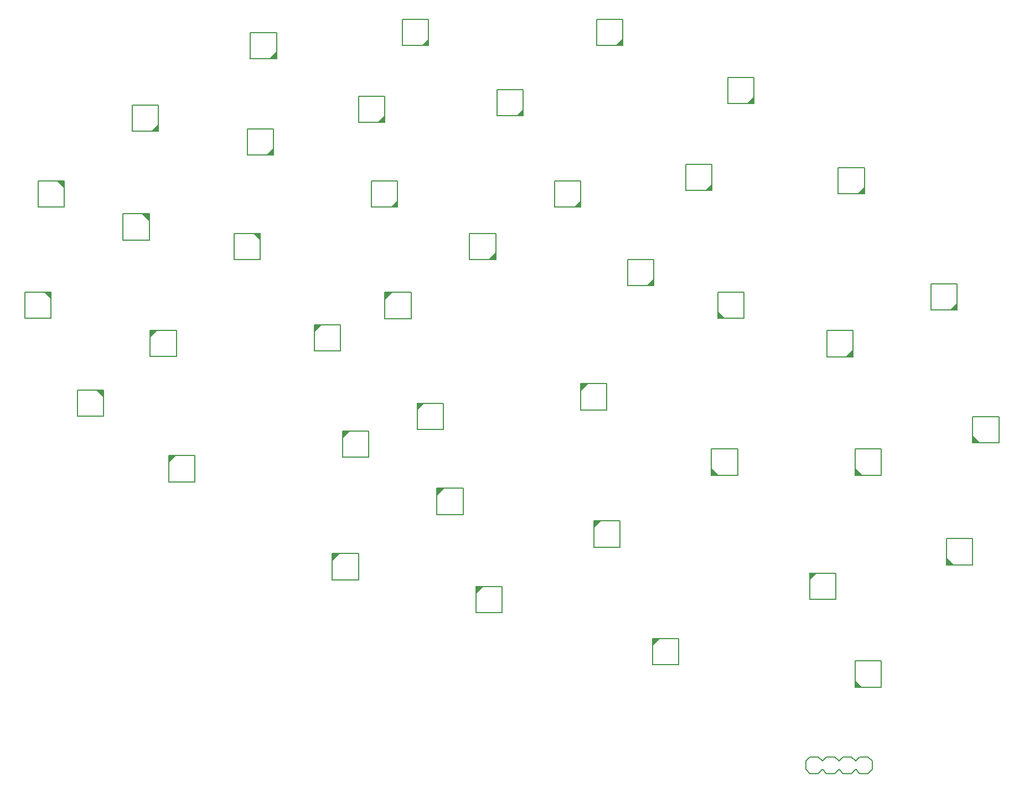
<source format=gto>
G04 EAGLE Gerber RS-274X export*
G75*
%MOMM*%
%FSLAX34Y34*%
%LPD*%
%INSilkscreen Top*%
%IPPOS*%
%AMOC8*
5,1,8,0,0,1.08239X$1,22.5*%
G01*
%ADD10C,0.203200*%

G36*
X1004165Y1196877D02*
X1004165Y1196877D01*
X1004231Y1196879D01*
X1004274Y1196897D01*
X1004321Y1196905D01*
X1004378Y1196939D01*
X1004438Y1196964D01*
X1004473Y1196995D01*
X1004514Y1197020D01*
X1004556Y1197071D01*
X1004604Y1197115D01*
X1004626Y1197157D01*
X1004655Y1197194D01*
X1004676Y1197256D01*
X1004707Y1197315D01*
X1004715Y1197369D01*
X1004727Y1197406D01*
X1004726Y1197446D01*
X1004734Y1197500D01*
X1004734Y1207500D01*
X1004718Y1207588D01*
X1004709Y1207676D01*
X1004699Y1207697D01*
X1004695Y1207721D01*
X1004649Y1207798D01*
X1004610Y1207877D01*
X1004593Y1207894D01*
X1004580Y1207914D01*
X1004511Y1207970D01*
X1004447Y1208031D01*
X1004425Y1208040D01*
X1004406Y1208055D01*
X1004322Y1208084D01*
X1004240Y1208119D01*
X1004216Y1208120D01*
X1004194Y1208127D01*
X1004105Y1208125D01*
X1004016Y1208129D01*
X1003993Y1208121D01*
X1003969Y1208121D01*
X1003887Y1208087D01*
X1003802Y1208060D01*
X1003781Y1208044D01*
X1003762Y1208036D01*
X1003724Y1208002D01*
X1003652Y1207948D01*
X993652Y1197948D01*
X993601Y1197875D01*
X993545Y1197806D01*
X993537Y1197784D01*
X993523Y1197764D01*
X993501Y1197678D01*
X993473Y1197594D01*
X993473Y1197570D01*
X993468Y1197547D01*
X993477Y1197458D01*
X993479Y1197369D01*
X993488Y1197347D01*
X993491Y1197324D01*
X993530Y1197244D01*
X993564Y1197162D01*
X993580Y1197144D01*
X993590Y1197123D01*
X993655Y1197062D01*
X993715Y1196996D01*
X993736Y1196985D01*
X993753Y1196969D01*
X993835Y1196934D01*
X993915Y1196893D01*
X993941Y1196890D01*
X993960Y1196881D01*
X994010Y1196879D01*
X994100Y1196866D01*
X1004100Y1196866D01*
X1004165Y1196877D01*
G37*
G36*
X707165Y1196877D02*
X707165Y1196877D01*
X707231Y1196879D01*
X707274Y1196897D01*
X707321Y1196905D01*
X707378Y1196939D01*
X707438Y1196964D01*
X707473Y1196995D01*
X707514Y1197020D01*
X707556Y1197071D01*
X707604Y1197115D01*
X707626Y1197157D01*
X707655Y1197194D01*
X707676Y1197256D01*
X707707Y1197315D01*
X707715Y1197369D01*
X707727Y1197406D01*
X707726Y1197446D01*
X707734Y1197500D01*
X707734Y1207500D01*
X707718Y1207588D01*
X707709Y1207676D01*
X707699Y1207697D01*
X707695Y1207721D01*
X707649Y1207798D01*
X707610Y1207877D01*
X707593Y1207894D01*
X707580Y1207914D01*
X707511Y1207970D01*
X707447Y1208031D01*
X707425Y1208040D01*
X707406Y1208055D01*
X707322Y1208084D01*
X707240Y1208119D01*
X707216Y1208120D01*
X707194Y1208127D01*
X707105Y1208125D01*
X707016Y1208129D01*
X706993Y1208121D01*
X706969Y1208121D01*
X706887Y1208087D01*
X706802Y1208060D01*
X706781Y1208044D01*
X706762Y1208036D01*
X706724Y1208002D01*
X706652Y1207948D01*
X696652Y1197948D01*
X696601Y1197875D01*
X696545Y1197806D01*
X696537Y1197784D01*
X696523Y1197764D01*
X696501Y1197678D01*
X696473Y1197594D01*
X696473Y1197570D01*
X696468Y1197547D01*
X696477Y1197458D01*
X696479Y1197369D01*
X696488Y1197347D01*
X696491Y1197324D01*
X696530Y1197244D01*
X696564Y1197162D01*
X696580Y1197144D01*
X696590Y1197123D01*
X696655Y1197062D01*
X696715Y1196996D01*
X696736Y1196985D01*
X696753Y1196969D01*
X696835Y1196934D01*
X696915Y1196893D01*
X696941Y1196890D01*
X696960Y1196881D01*
X697010Y1196879D01*
X697100Y1196866D01*
X707100Y1196866D01*
X707165Y1196877D01*
G37*
G36*
X474765Y1176877D02*
X474765Y1176877D01*
X474831Y1176879D01*
X474874Y1176897D01*
X474921Y1176905D01*
X474978Y1176939D01*
X475038Y1176964D01*
X475073Y1176995D01*
X475114Y1177020D01*
X475156Y1177071D01*
X475204Y1177115D01*
X475226Y1177157D01*
X475255Y1177194D01*
X475276Y1177256D01*
X475307Y1177315D01*
X475315Y1177369D01*
X475327Y1177406D01*
X475326Y1177446D01*
X475334Y1177500D01*
X475334Y1187500D01*
X475318Y1187588D01*
X475309Y1187676D01*
X475299Y1187697D01*
X475295Y1187721D01*
X475249Y1187798D01*
X475210Y1187877D01*
X475193Y1187894D01*
X475180Y1187914D01*
X475111Y1187970D01*
X475047Y1188031D01*
X475025Y1188040D01*
X475006Y1188055D01*
X474922Y1188084D01*
X474840Y1188119D01*
X474816Y1188120D01*
X474794Y1188127D01*
X474705Y1188125D01*
X474616Y1188129D01*
X474593Y1188121D01*
X474569Y1188121D01*
X474487Y1188087D01*
X474402Y1188060D01*
X474381Y1188044D01*
X474362Y1188036D01*
X474324Y1188002D01*
X474252Y1187948D01*
X464252Y1177948D01*
X464201Y1177875D01*
X464145Y1177806D01*
X464137Y1177784D01*
X464123Y1177764D01*
X464101Y1177678D01*
X464073Y1177594D01*
X464073Y1177570D01*
X464068Y1177547D01*
X464077Y1177458D01*
X464079Y1177369D01*
X464088Y1177347D01*
X464091Y1177324D01*
X464130Y1177244D01*
X464164Y1177162D01*
X464180Y1177144D01*
X464190Y1177123D01*
X464255Y1177062D01*
X464315Y1176996D01*
X464336Y1176985D01*
X464353Y1176969D01*
X464435Y1176934D01*
X464515Y1176893D01*
X464541Y1176890D01*
X464560Y1176881D01*
X464610Y1176879D01*
X464700Y1176866D01*
X474700Y1176866D01*
X474765Y1176877D01*
G37*
G36*
X1204765Y1107977D02*
X1204765Y1107977D01*
X1204831Y1107979D01*
X1204874Y1107997D01*
X1204921Y1108005D01*
X1204978Y1108039D01*
X1205038Y1108064D01*
X1205073Y1108095D01*
X1205114Y1108120D01*
X1205156Y1108171D01*
X1205204Y1108215D01*
X1205226Y1108257D01*
X1205255Y1108294D01*
X1205276Y1108356D01*
X1205307Y1108415D01*
X1205315Y1108469D01*
X1205327Y1108506D01*
X1205326Y1108546D01*
X1205334Y1108600D01*
X1205334Y1118600D01*
X1205318Y1118688D01*
X1205309Y1118776D01*
X1205299Y1118797D01*
X1205295Y1118821D01*
X1205249Y1118898D01*
X1205210Y1118977D01*
X1205193Y1118994D01*
X1205180Y1119014D01*
X1205111Y1119070D01*
X1205047Y1119131D01*
X1205025Y1119140D01*
X1205006Y1119155D01*
X1204922Y1119184D01*
X1204840Y1119219D01*
X1204816Y1119220D01*
X1204794Y1119227D01*
X1204705Y1119225D01*
X1204616Y1119229D01*
X1204593Y1119221D01*
X1204569Y1119221D01*
X1204487Y1119187D01*
X1204402Y1119160D01*
X1204381Y1119144D01*
X1204362Y1119136D01*
X1204324Y1119102D01*
X1204252Y1119048D01*
X1194252Y1109048D01*
X1194201Y1108975D01*
X1194145Y1108906D01*
X1194137Y1108884D01*
X1194123Y1108864D01*
X1194101Y1108778D01*
X1194073Y1108694D01*
X1194073Y1108670D01*
X1194068Y1108647D01*
X1194077Y1108558D01*
X1194079Y1108469D01*
X1194088Y1108447D01*
X1194091Y1108424D01*
X1194130Y1108344D01*
X1194164Y1108262D01*
X1194180Y1108244D01*
X1194190Y1108223D01*
X1194255Y1108162D01*
X1194315Y1108096D01*
X1194336Y1108085D01*
X1194353Y1108069D01*
X1194435Y1108034D01*
X1194515Y1107993D01*
X1194541Y1107990D01*
X1194560Y1107981D01*
X1194610Y1107979D01*
X1194700Y1107966D01*
X1204700Y1107966D01*
X1204765Y1107977D01*
G37*
G36*
X851965Y1089377D02*
X851965Y1089377D01*
X852031Y1089379D01*
X852074Y1089397D01*
X852121Y1089405D01*
X852178Y1089439D01*
X852238Y1089464D01*
X852273Y1089495D01*
X852314Y1089520D01*
X852356Y1089571D01*
X852404Y1089615D01*
X852426Y1089657D01*
X852455Y1089694D01*
X852476Y1089756D01*
X852507Y1089815D01*
X852515Y1089869D01*
X852527Y1089906D01*
X852526Y1089946D01*
X852534Y1090000D01*
X852534Y1100000D01*
X852518Y1100088D01*
X852509Y1100176D01*
X852499Y1100197D01*
X852495Y1100221D01*
X852449Y1100298D01*
X852410Y1100377D01*
X852393Y1100394D01*
X852380Y1100414D01*
X852311Y1100470D01*
X852247Y1100531D01*
X852225Y1100540D01*
X852206Y1100555D01*
X852122Y1100584D01*
X852040Y1100619D01*
X852016Y1100620D01*
X851994Y1100627D01*
X851905Y1100625D01*
X851816Y1100629D01*
X851793Y1100621D01*
X851769Y1100621D01*
X851687Y1100587D01*
X851602Y1100560D01*
X851581Y1100544D01*
X851562Y1100536D01*
X851524Y1100502D01*
X851452Y1100448D01*
X841452Y1090448D01*
X841401Y1090375D01*
X841345Y1090306D01*
X841337Y1090284D01*
X841323Y1090264D01*
X841301Y1090178D01*
X841273Y1090094D01*
X841273Y1090070D01*
X841268Y1090047D01*
X841277Y1089958D01*
X841279Y1089869D01*
X841288Y1089847D01*
X841291Y1089824D01*
X841330Y1089744D01*
X841364Y1089662D01*
X841380Y1089644D01*
X841390Y1089623D01*
X841455Y1089562D01*
X841515Y1089496D01*
X841536Y1089485D01*
X841553Y1089469D01*
X841635Y1089434D01*
X841715Y1089393D01*
X841741Y1089390D01*
X841760Y1089381D01*
X841810Y1089379D01*
X841900Y1089366D01*
X851900Y1089366D01*
X851965Y1089377D01*
G37*
G36*
X640065Y1079377D02*
X640065Y1079377D01*
X640131Y1079379D01*
X640174Y1079397D01*
X640221Y1079405D01*
X640278Y1079439D01*
X640338Y1079464D01*
X640373Y1079495D01*
X640414Y1079520D01*
X640456Y1079571D01*
X640504Y1079615D01*
X640526Y1079657D01*
X640555Y1079694D01*
X640576Y1079756D01*
X640607Y1079815D01*
X640615Y1079869D01*
X640627Y1079906D01*
X640626Y1079946D01*
X640634Y1080000D01*
X640634Y1090000D01*
X640618Y1090088D01*
X640609Y1090176D01*
X640599Y1090197D01*
X640595Y1090221D01*
X640549Y1090298D01*
X640510Y1090377D01*
X640493Y1090394D01*
X640480Y1090414D01*
X640411Y1090470D01*
X640347Y1090531D01*
X640325Y1090540D01*
X640306Y1090555D01*
X640222Y1090584D01*
X640140Y1090619D01*
X640116Y1090620D01*
X640094Y1090627D01*
X640005Y1090625D01*
X639916Y1090629D01*
X639893Y1090621D01*
X639869Y1090621D01*
X639787Y1090587D01*
X639702Y1090560D01*
X639681Y1090544D01*
X639662Y1090536D01*
X639624Y1090502D01*
X639552Y1090448D01*
X629552Y1080448D01*
X629501Y1080375D01*
X629445Y1080306D01*
X629437Y1080284D01*
X629423Y1080264D01*
X629401Y1080178D01*
X629373Y1080094D01*
X629373Y1080070D01*
X629368Y1080047D01*
X629377Y1079958D01*
X629379Y1079869D01*
X629388Y1079847D01*
X629391Y1079824D01*
X629430Y1079744D01*
X629464Y1079662D01*
X629480Y1079644D01*
X629490Y1079623D01*
X629555Y1079562D01*
X629615Y1079496D01*
X629636Y1079485D01*
X629653Y1079469D01*
X629735Y1079434D01*
X629815Y1079393D01*
X629841Y1079390D01*
X629860Y1079381D01*
X629910Y1079379D01*
X630000Y1079366D01*
X640000Y1079366D01*
X640065Y1079377D01*
G37*
G36*
X294165Y1065777D02*
X294165Y1065777D01*
X294231Y1065779D01*
X294274Y1065797D01*
X294321Y1065805D01*
X294378Y1065839D01*
X294438Y1065864D01*
X294473Y1065895D01*
X294514Y1065920D01*
X294556Y1065971D01*
X294604Y1066015D01*
X294626Y1066057D01*
X294655Y1066094D01*
X294676Y1066156D01*
X294707Y1066215D01*
X294715Y1066269D01*
X294727Y1066306D01*
X294726Y1066346D01*
X294734Y1066400D01*
X294734Y1076400D01*
X294718Y1076488D01*
X294709Y1076576D01*
X294699Y1076597D01*
X294695Y1076621D01*
X294649Y1076698D01*
X294610Y1076777D01*
X294593Y1076794D01*
X294580Y1076814D01*
X294511Y1076870D01*
X294447Y1076931D01*
X294425Y1076940D01*
X294406Y1076955D01*
X294322Y1076984D01*
X294240Y1077019D01*
X294216Y1077020D01*
X294194Y1077027D01*
X294105Y1077025D01*
X294016Y1077029D01*
X293993Y1077021D01*
X293969Y1077021D01*
X293887Y1076987D01*
X293802Y1076960D01*
X293781Y1076944D01*
X293762Y1076936D01*
X293724Y1076902D01*
X293652Y1076848D01*
X283652Y1066848D01*
X283601Y1066775D01*
X283545Y1066706D01*
X283537Y1066684D01*
X283523Y1066664D01*
X283501Y1066578D01*
X283473Y1066494D01*
X283473Y1066470D01*
X283468Y1066447D01*
X283477Y1066358D01*
X283479Y1066269D01*
X283488Y1066247D01*
X283491Y1066224D01*
X283530Y1066144D01*
X283564Y1066062D01*
X283580Y1066044D01*
X283590Y1066023D01*
X283655Y1065962D01*
X283715Y1065896D01*
X283736Y1065885D01*
X283753Y1065869D01*
X283835Y1065834D01*
X283915Y1065793D01*
X283941Y1065790D01*
X283960Y1065781D01*
X284010Y1065779D01*
X284100Y1065766D01*
X294100Y1065766D01*
X294165Y1065777D01*
G37*
G36*
X470065Y1029377D02*
X470065Y1029377D01*
X470131Y1029379D01*
X470174Y1029397D01*
X470221Y1029405D01*
X470278Y1029439D01*
X470338Y1029464D01*
X470373Y1029495D01*
X470414Y1029520D01*
X470456Y1029571D01*
X470504Y1029615D01*
X470526Y1029657D01*
X470555Y1029694D01*
X470576Y1029756D01*
X470607Y1029815D01*
X470615Y1029869D01*
X470627Y1029906D01*
X470626Y1029946D01*
X470634Y1030000D01*
X470634Y1040000D01*
X470618Y1040088D01*
X470609Y1040176D01*
X470599Y1040197D01*
X470595Y1040221D01*
X470549Y1040298D01*
X470510Y1040377D01*
X470493Y1040394D01*
X470480Y1040414D01*
X470411Y1040470D01*
X470347Y1040531D01*
X470325Y1040540D01*
X470306Y1040555D01*
X470222Y1040584D01*
X470140Y1040619D01*
X470116Y1040620D01*
X470094Y1040627D01*
X470005Y1040625D01*
X469916Y1040629D01*
X469893Y1040621D01*
X469869Y1040621D01*
X469787Y1040587D01*
X469702Y1040560D01*
X469681Y1040544D01*
X469662Y1040536D01*
X469624Y1040502D01*
X469552Y1040448D01*
X459552Y1030448D01*
X459501Y1030375D01*
X459445Y1030306D01*
X459437Y1030284D01*
X459423Y1030264D01*
X459401Y1030178D01*
X459373Y1030094D01*
X459373Y1030070D01*
X459368Y1030047D01*
X459377Y1029958D01*
X459379Y1029869D01*
X459388Y1029847D01*
X459391Y1029824D01*
X459430Y1029744D01*
X459464Y1029662D01*
X459480Y1029644D01*
X459490Y1029623D01*
X459555Y1029562D01*
X459615Y1029496D01*
X459636Y1029485D01*
X459653Y1029469D01*
X459735Y1029434D01*
X459815Y1029393D01*
X459841Y1029390D01*
X459860Y1029381D01*
X459910Y1029379D01*
X460000Y1029366D01*
X470000Y1029366D01*
X470065Y1029377D01*
G37*
G36*
X150042Y979377D02*
X150042Y979377D01*
X150131Y979379D01*
X150153Y979388D01*
X150176Y979391D01*
X150256Y979430D01*
X150338Y979464D01*
X150356Y979480D01*
X150377Y979490D01*
X150438Y979555D01*
X150504Y979615D01*
X150515Y979636D01*
X150531Y979653D01*
X150566Y979735D01*
X150607Y979815D01*
X150610Y979841D01*
X150619Y979860D01*
X150621Y979910D01*
X150634Y980000D01*
X150634Y990000D01*
X150623Y990065D01*
X150621Y990131D01*
X150603Y990174D01*
X150595Y990221D01*
X150561Y990278D01*
X150536Y990338D01*
X150505Y990373D01*
X150480Y990414D01*
X150429Y990456D01*
X150385Y990504D01*
X150343Y990526D01*
X150306Y990555D01*
X150244Y990576D01*
X150185Y990607D01*
X150131Y990615D01*
X150094Y990627D01*
X150054Y990626D01*
X150000Y990634D01*
X140000Y990634D01*
X139912Y990618D01*
X139824Y990609D01*
X139803Y990599D01*
X139779Y990595D01*
X139702Y990549D01*
X139623Y990510D01*
X139606Y990493D01*
X139586Y990480D01*
X139530Y990411D01*
X139469Y990347D01*
X139460Y990325D01*
X139445Y990306D01*
X139416Y990222D01*
X139381Y990140D01*
X139380Y990116D01*
X139373Y990094D01*
X139375Y990005D01*
X139371Y989916D01*
X139379Y989893D01*
X139379Y989869D01*
X139413Y989787D01*
X139440Y989702D01*
X139456Y989681D01*
X139464Y989662D01*
X139498Y989624D01*
X139552Y989552D01*
X149552Y979552D01*
X149625Y979501D01*
X149694Y979445D01*
X149716Y979437D01*
X149736Y979423D01*
X149822Y979401D01*
X149906Y979373D01*
X149930Y979373D01*
X149953Y979368D01*
X150042Y979377D01*
G37*
G36*
X1140965Y975077D02*
X1140965Y975077D01*
X1141031Y975079D01*
X1141074Y975097D01*
X1141121Y975105D01*
X1141178Y975139D01*
X1141238Y975164D01*
X1141273Y975195D01*
X1141314Y975220D01*
X1141356Y975271D01*
X1141404Y975315D01*
X1141426Y975357D01*
X1141455Y975394D01*
X1141476Y975456D01*
X1141507Y975515D01*
X1141515Y975569D01*
X1141527Y975606D01*
X1141526Y975646D01*
X1141534Y975700D01*
X1141534Y985700D01*
X1141518Y985788D01*
X1141509Y985876D01*
X1141499Y985897D01*
X1141495Y985921D01*
X1141449Y985998D01*
X1141410Y986077D01*
X1141393Y986094D01*
X1141380Y986114D01*
X1141311Y986170D01*
X1141247Y986231D01*
X1141225Y986240D01*
X1141206Y986255D01*
X1141122Y986284D01*
X1141040Y986319D01*
X1141016Y986320D01*
X1140994Y986327D01*
X1140905Y986325D01*
X1140816Y986329D01*
X1140793Y986321D01*
X1140769Y986321D01*
X1140687Y986287D01*
X1140602Y986260D01*
X1140581Y986244D01*
X1140562Y986236D01*
X1140524Y986202D01*
X1140452Y986148D01*
X1130452Y976148D01*
X1130401Y976075D01*
X1130345Y976006D01*
X1130337Y975984D01*
X1130323Y975964D01*
X1130301Y975878D01*
X1130273Y975794D01*
X1130273Y975770D01*
X1130268Y975747D01*
X1130277Y975658D01*
X1130279Y975569D01*
X1130288Y975547D01*
X1130291Y975524D01*
X1130330Y975444D01*
X1130364Y975362D01*
X1130380Y975344D01*
X1130390Y975323D01*
X1130455Y975262D01*
X1130515Y975196D01*
X1130536Y975185D01*
X1130553Y975169D01*
X1130635Y975134D01*
X1130715Y975093D01*
X1130741Y975090D01*
X1130760Y975081D01*
X1130810Y975079D01*
X1130900Y975066D01*
X1140900Y975066D01*
X1140965Y975077D01*
G37*
G36*
X1373965Y969677D02*
X1373965Y969677D01*
X1374031Y969679D01*
X1374074Y969697D01*
X1374121Y969705D01*
X1374178Y969739D01*
X1374238Y969764D01*
X1374273Y969795D01*
X1374314Y969820D01*
X1374356Y969871D01*
X1374404Y969915D01*
X1374426Y969957D01*
X1374455Y969994D01*
X1374476Y970056D01*
X1374507Y970115D01*
X1374515Y970169D01*
X1374527Y970206D01*
X1374526Y970246D01*
X1374534Y970300D01*
X1374534Y980300D01*
X1374518Y980388D01*
X1374509Y980476D01*
X1374499Y980497D01*
X1374495Y980521D01*
X1374449Y980598D01*
X1374410Y980677D01*
X1374393Y980694D01*
X1374380Y980714D01*
X1374311Y980770D01*
X1374247Y980831D01*
X1374225Y980840D01*
X1374206Y980855D01*
X1374122Y980884D01*
X1374040Y980919D01*
X1374016Y980920D01*
X1373994Y980927D01*
X1373905Y980925D01*
X1373816Y980929D01*
X1373793Y980921D01*
X1373769Y980921D01*
X1373687Y980887D01*
X1373602Y980860D01*
X1373581Y980844D01*
X1373562Y980836D01*
X1373524Y980802D01*
X1373452Y980748D01*
X1363452Y970748D01*
X1363401Y970675D01*
X1363345Y970606D01*
X1363337Y970584D01*
X1363323Y970564D01*
X1363301Y970478D01*
X1363273Y970394D01*
X1363273Y970370D01*
X1363268Y970347D01*
X1363277Y970258D01*
X1363279Y970169D01*
X1363288Y970147D01*
X1363291Y970124D01*
X1363330Y970044D01*
X1363364Y969962D01*
X1363380Y969944D01*
X1363390Y969923D01*
X1363455Y969862D01*
X1363515Y969796D01*
X1363536Y969785D01*
X1363553Y969769D01*
X1363635Y969734D01*
X1363715Y969693D01*
X1363741Y969690D01*
X1363760Y969681D01*
X1363810Y969679D01*
X1363900Y969666D01*
X1373900Y969666D01*
X1373965Y969677D01*
G37*
G36*
X940065Y949377D02*
X940065Y949377D01*
X940131Y949379D01*
X940174Y949397D01*
X940221Y949405D01*
X940278Y949439D01*
X940338Y949464D01*
X940373Y949495D01*
X940414Y949520D01*
X940456Y949571D01*
X940504Y949615D01*
X940526Y949657D01*
X940555Y949694D01*
X940576Y949756D01*
X940607Y949815D01*
X940615Y949869D01*
X940627Y949906D01*
X940626Y949946D01*
X940634Y950000D01*
X940634Y960000D01*
X940618Y960088D01*
X940609Y960176D01*
X940599Y960197D01*
X940595Y960221D01*
X940549Y960298D01*
X940510Y960377D01*
X940493Y960394D01*
X940480Y960414D01*
X940411Y960470D01*
X940347Y960531D01*
X940325Y960540D01*
X940306Y960555D01*
X940222Y960584D01*
X940140Y960619D01*
X940116Y960620D01*
X940094Y960627D01*
X940005Y960625D01*
X939916Y960629D01*
X939893Y960621D01*
X939869Y960621D01*
X939787Y960587D01*
X939702Y960560D01*
X939681Y960544D01*
X939662Y960536D01*
X939624Y960502D01*
X939552Y960448D01*
X929552Y950448D01*
X929501Y950375D01*
X929445Y950306D01*
X929437Y950284D01*
X929423Y950264D01*
X929401Y950178D01*
X929373Y950094D01*
X929373Y950070D01*
X929368Y950047D01*
X929377Y949958D01*
X929379Y949869D01*
X929388Y949847D01*
X929391Y949824D01*
X929430Y949744D01*
X929464Y949662D01*
X929480Y949644D01*
X929490Y949623D01*
X929555Y949562D01*
X929615Y949496D01*
X929636Y949485D01*
X929653Y949469D01*
X929735Y949434D01*
X929815Y949393D01*
X929841Y949390D01*
X929860Y949381D01*
X929910Y949379D01*
X930000Y949366D01*
X940000Y949366D01*
X940065Y949377D01*
G37*
G36*
X660065Y949377D02*
X660065Y949377D01*
X660131Y949379D01*
X660174Y949397D01*
X660221Y949405D01*
X660278Y949439D01*
X660338Y949464D01*
X660373Y949495D01*
X660414Y949520D01*
X660456Y949571D01*
X660504Y949615D01*
X660526Y949657D01*
X660555Y949694D01*
X660576Y949756D01*
X660607Y949815D01*
X660615Y949869D01*
X660627Y949906D01*
X660626Y949946D01*
X660634Y950000D01*
X660634Y960000D01*
X660618Y960088D01*
X660609Y960176D01*
X660599Y960197D01*
X660595Y960221D01*
X660549Y960298D01*
X660510Y960377D01*
X660493Y960394D01*
X660480Y960414D01*
X660411Y960470D01*
X660347Y960531D01*
X660325Y960540D01*
X660306Y960555D01*
X660222Y960584D01*
X660140Y960619D01*
X660116Y960620D01*
X660094Y960627D01*
X660005Y960625D01*
X659916Y960629D01*
X659893Y960621D01*
X659869Y960621D01*
X659787Y960587D01*
X659702Y960560D01*
X659681Y960544D01*
X659662Y960536D01*
X659624Y960502D01*
X659552Y960448D01*
X649552Y950448D01*
X649501Y950375D01*
X649445Y950306D01*
X649437Y950284D01*
X649423Y950264D01*
X649401Y950178D01*
X649373Y950094D01*
X649373Y950070D01*
X649368Y950047D01*
X649377Y949958D01*
X649379Y949869D01*
X649388Y949847D01*
X649391Y949824D01*
X649430Y949744D01*
X649464Y949662D01*
X649480Y949644D01*
X649490Y949623D01*
X649555Y949562D01*
X649615Y949496D01*
X649636Y949485D01*
X649653Y949469D01*
X649735Y949434D01*
X649815Y949393D01*
X649841Y949390D01*
X649860Y949381D01*
X649910Y949379D01*
X650000Y949366D01*
X660000Y949366D01*
X660065Y949377D01*
G37*
G36*
X280042Y929377D02*
X280042Y929377D01*
X280131Y929379D01*
X280153Y929388D01*
X280176Y929391D01*
X280256Y929430D01*
X280338Y929464D01*
X280356Y929480D01*
X280377Y929490D01*
X280438Y929555D01*
X280504Y929615D01*
X280515Y929636D01*
X280531Y929653D01*
X280566Y929735D01*
X280607Y929815D01*
X280610Y929841D01*
X280619Y929860D01*
X280621Y929910D01*
X280634Y930000D01*
X280634Y940000D01*
X280623Y940065D01*
X280621Y940131D01*
X280603Y940174D01*
X280595Y940221D01*
X280561Y940278D01*
X280536Y940338D01*
X280505Y940373D01*
X280480Y940414D01*
X280429Y940456D01*
X280385Y940504D01*
X280343Y940526D01*
X280306Y940555D01*
X280244Y940576D01*
X280185Y940607D01*
X280131Y940615D01*
X280094Y940627D01*
X280054Y940626D01*
X280000Y940634D01*
X270000Y940634D01*
X269912Y940618D01*
X269824Y940609D01*
X269803Y940599D01*
X269779Y940595D01*
X269702Y940549D01*
X269623Y940510D01*
X269606Y940493D01*
X269586Y940480D01*
X269530Y940411D01*
X269469Y940347D01*
X269460Y940325D01*
X269445Y940306D01*
X269416Y940222D01*
X269381Y940140D01*
X269380Y940116D01*
X269373Y940094D01*
X269375Y940005D01*
X269371Y939916D01*
X269379Y939893D01*
X269379Y939869D01*
X269413Y939787D01*
X269440Y939702D01*
X269456Y939681D01*
X269464Y939662D01*
X269498Y939624D01*
X269552Y939552D01*
X279552Y929552D01*
X279625Y929501D01*
X279694Y929445D01*
X279716Y929437D01*
X279736Y929423D01*
X279822Y929401D01*
X279906Y929373D01*
X279930Y929373D01*
X279953Y929368D01*
X280042Y929377D01*
G37*
G36*
X450042Y899377D02*
X450042Y899377D01*
X450131Y899379D01*
X450153Y899388D01*
X450176Y899391D01*
X450256Y899430D01*
X450338Y899464D01*
X450356Y899480D01*
X450377Y899490D01*
X450438Y899555D01*
X450504Y899615D01*
X450515Y899636D01*
X450531Y899653D01*
X450566Y899735D01*
X450607Y899815D01*
X450610Y899841D01*
X450619Y899860D01*
X450621Y899910D01*
X450634Y900000D01*
X450634Y910000D01*
X450623Y910065D01*
X450621Y910131D01*
X450603Y910174D01*
X450595Y910221D01*
X450561Y910278D01*
X450536Y910338D01*
X450505Y910373D01*
X450480Y910414D01*
X450429Y910456D01*
X450385Y910504D01*
X450343Y910526D01*
X450306Y910555D01*
X450244Y910576D01*
X450185Y910607D01*
X450131Y910615D01*
X450094Y910627D01*
X450054Y910626D01*
X450000Y910634D01*
X440000Y910634D01*
X439912Y910618D01*
X439824Y910609D01*
X439803Y910599D01*
X439779Y910595D01*
X439702Y910549D01*
X439623Y910510D01*
X439606Y910493D01*
X439586Y910480D01*
X439530Y910411D01*
X439469Y910347D01*
X439460Y910325D01*
X439445Y910306D01*
X439416Y910222D01*
X439381Y910140D01*
X439380Y910116D01*
X439373Y910094D01*
X439375Y910005D01*
X439371Y909916D01*
X439379Y909893D01*
X439379Y909869D01*
X439413Y909787D01*
X439440Y909702D01*
X439456Y909681D01*
X439464Y909662D01*
X439498Y909624D01*
X439552Y909552D01*
X449552Y899552D01*
X449625Y899501D01*
X449694Y899445D01*
X449716Y899437D01*
X449736Y899423D01*
X449822Y899401D01*
X449906Y899373D01*
X449930Y899373D01*
X449953Y899368D01*
X450042Y899377D01*
G37*
G36*
X810065Y869377D02*
X810065Y869377D01*
X810131Y869379D01*
X810174Y869397D01*
X810221Y869405D01*
X810278Y869439D01*
X810338Y869464D01*
X810373Y869495D01*
X810414Y869520D01*
X810456Y869571D01*
X810504Y869615D01*
X810526Y869657D01*
X810555Y869694D01*
X810576Y869756D01*
X810607Y869815D01*
X810615Y869869D01*
X810627Y869906D01*
X810626Y869946D01*
X810634Y870000D01*
X810634Y880000D01*
X810618Y880088D01*
X810609Y880176D01*
X810599Y880197D01*
X810595Y880221D01*
X810549Y880298D01*
X810510Y880377D01*
X810493Y880394D01*
X810480Y880414D01*
X810411Y880470D01*
X810347Y880531D01*
X810325Y880540D01*
X810306Y880555D01*
X810222Y880584D01*
X810140Y880619D01*
X810116Y880620D01*
X810094Y880627D01*
X810005Y880625D01*
X809916Y880629D01*
X809893Y880621D01*
X809869Y880621D01*
X809787Y880587D01*
X809702Y880560D01*
X809681Y880544D01*
X809662Y880536D01*
X809624Y880502D01*
X809552Y880448D01*
X799552Y870448D01*
X799501Y870375D01*
X799445Y870306D01*
X799437Y870284D01*
X799423Y870264D01*
X799401Y870178D01*
X799373Y870094D01*
X799373Y870070D01*
X799368Y870047D01*
X799377Y869958D01*
X799379Y869869D01*
X799388Y869847D01*
X799391Y869824D01*
X799430Y869744D01*
X799464Y869662D01*
X799480Y869644D01*
X799490Y869623D01*
X799555Y869562D01*
X799615Y869496D01*
X799636Y869485D01*
X799653Y869469D01*
X799735Y869434D01*
X799815Y869393D01*
X799841Y869390D01*
X799860Y869381D01*
X799910Y869379D01*
X800000Y869366D01*
X810000Y869366D01*
X810065Y869377D01*
G37*
G36*
X1051565Y829677D02*
X1051565Y829677D01*
X1051631Y829679D01*
X1051674Y829697D01*
X1051721Y829705D01*
X1051778Y829739D01*
X1051838Y829764D01*
X1051873Y829795D01*
X1051914Y829820D01*
X1051956Y829871D01*
X1052004Y829915D01*
X1052026Y829957D01*
X1052055Y829994D01*
X1052076Y830056D01*
X1052107Y830115D01*
X1052115Y830169D01*
X1052127Y830206D01*
X1052126Y830246D01*
X1052134Y830300D01*
X1052134Y840300D01*
X1052118Y840388D01*
X1052109Y840476D01*
X1052099Y840497D01*
X1052095Y840521D01*
X1052049Y840598D01*
X1052010Y840677D01*
X1051993Y840694D01*
X1051980Y840714D01*
X1051911Y840770D01*
X1051847Y840831D01*
X1051825Y840840D01*
X1051806Y840855D01*
X1051722Y840884D01*
X1051640Y840919D01*
X1051616Y840920D01*
X1051594Y840927D01*
X1051505Y840925D01*
X1051416Y840929D01*
X1051393Y840921D01*
X1051369Y840921D01*
X1051287Y840887D01*
X1051202Y840860D01*
X1051181Y840844D01*
X1051162Y840836D01*
X1051124Y840802D01*
X1051052Y840748D01*
X1041052Y830748D01*
X1041001Y830675D01*
X1040945Y830606D01*
X1040937Y830584D01*
X1040923Y830564D01*
X1040901Y830478D01*
X1040873Y830394D01*
X1040873Y830370D01*
X1040868Y830347D01*
X1040877Y830258D01*
X1040879Y830169D01*
X1040888Y830147D01*
X1040891Y830124D01*
X1040930Y830044D01*
X1040964Y829962D01*
X1040980Y829944D01*
X1040990Y829923D01*
X1041055Y829862D01*
X1041115Y829796D01*
X1041136Y829785D01*
X1041153Y829769D01*
X1041235Y829734D01*
X1041315Y829693D01*
X1041341Y829690D01*
X1041360Y829681D01*
X1041410Y829679D01*
X1041500Y829666D01*
X1051500Y829666D01*
X1051565Y829677D01*
G37*
G36*
X130042Y809377D02*
X130042Y809377D01*
X130131Y809379D01*
X130153Y809388D01*
X130176Y809391D01*
X130256Y809430D01*
X130338Y809464D01*
X130356Y809480D01*
X130377Y809490D01*
X130438Y809555D01*
X130504Y809615D01*
X130515Y809636D01*
X130531Y809653D01*
X130566Y809735D01*
X130607Y809815D01*
X130610Y809841D01*
X130619Y809860D01*
X130621Y809910D01*
X130634Y810000D01*
X130634Y820000D01*
X130623Y820065D01*
X130621Y820131D01*
X130603Y820174D01*
X130595Y820221D01*
X130561Y820278D01*
X130536Y820338D01*
X130505Y820373D01*
X130480Y820414D01*
X130429Y820456D01*
X130385Y820504D01*
X130343Y820526D01*
X130306Y820555D01*
X130244Y820576D01*
X130185Y820607D01*
X130131Y820615D01*
X130094Y820627D01*
X130054Y820626D01*
X130000Y820634D01*
X120000Y820634D01*
X119912Y820618D01*
X119824Y820609D01*
X119803Y820599D01*
X119779Y820595D01*
X119702Y820549D01*
X119623Y820510D01*
X119606Y820493D01*
X119586Y820480D01*
X119530Y820411D01*
X119469Y820347D01*
X119460Y820325D01*
X119445Y820306D01*
X119416Y820222D01*
X119381Y820140D01*
X119380Y820116D01*
X119373Y820094D01*
X119375Y820005D01*
X119371Y819916D01*
X119379Y819893D01*
X119379Y819869D01*
X119413Y819787D01*
X119440Y819702D01*
X119456Y819681D01*
X119464Y819662D01*
X119498Y819624D01*
X119552Y819552D01*
X129552Y809552D01*
X129625Y809501D01*
X129694Y809445D01*
X129716Y809437D01*
X129736Y809423D01*
X129822Y809401D01*
X129906Y809373D01*
X129930Y809373D01*
X129953Y809368D01*
X130042Y809377D01*
G37*
G36*
X640607Y809079D02*
X640607Y809079D01*
X640631Y809079D01*
X640713Y809113D01*
X640798Y809140D01*
X640819Y809156D01*
X640838Y809164D01*
X640876Y809198D01*
X640948Y809252D01*
X650948Y819252D01*
X650999Y819325D01*
X651055Y819394D01*
X651063Y819416D01*
X651077Y819436D01*
X651099Y819522D01*
X651127Y819606D01*
X651127Y819630D01*
X651133Y819653D01*
X651123Y819742D01*
X651121Y819831D01*
X651112Y819853D01*
X651109Y819876D01*
X651070Y819956D01*
X651036Y820038D01*
X651020Y820056D01*
X651010Y820077D01*
X650945Y820138D01*
X650885Y820204D01*
X650864Y820215D01*
X650847Y820231D01*
X650765Y820266D01*
X650685Y820307D01*
X650659Y820310D01*
X650640Y820319D01*
X650590Y820321D01*
X650500Y820334D01*
X640500Y820334D01*
X640435Y820323D01*
X640369Y820321D01*
X640326Y820303D01*
X640279Y820295D01*
X640222Y820261D01*
X640162Y820236D01*
X640127Y820205D01*
X640086Y820180D01*
X640045Y820129D01*
X639996Y820085D01*
X639974Y820043D01*
X639945Y820006D01*
X639924Y819944D01*
X639893Y819885D01*
X639885Y819831D01*
X639873Y819794D01*
X639874Y819754D01*
X639866Y819700D01*
X639866Y809700D01*
X639882Y809612D01*
X639891Y809524D01*
X639901Y809503D01*
X639905Y809479D01*
X639951Y809402D01*
X639990Y809323D01*
X640007Y809306D01*
X640020Y809286D01*
X640089Y809230D01*
X640153Y809169D01*
X640175Y809160D01*
X640194Y809145D01*
X640278Y809116D01*
X640360Y809081D01*
X640384Y809080D01*
X640406Y809073D01*
X640495Y809075D01*
X640584Y809071D01*
X640607Y809079D01*
G37*
G36*
X1515565Y792177D02*
X1515565Y792177D01*
X1515631Y792179D01*
X1515674Y792197D01*
X1515721Y792205D01*
X1515778Y792239D01*
X1515838Y792264D01*
X1515873Y792295D01*
X1515914Y792320D01*
X1515956Y792371D01*
X1516004Y792415D01*
X1516026Y792457D01*
X1516055Y792494D01*
X1516076Y792556D01*
X1516107Y792615D01*
X1516115Y792669D01*
X1516127Y792706D01*
X1516126Y792746D01*
X1516134Y792800D01*
X1516134Y802800D01*
X1516118Y802888D01*
X1516109Y802976D01*
X1516099Y802997D01*
X1516095Y803021D01*
X1516049Y803098D01*
X1516010Y803177D01*
X1515993Y803194D01*
X1515980Y803214D01*
X1515911Y803270D01*
X1515847Y803331D01*
X1515825Y803340D01*
X1515806Y803355D01*
X1515722Y803384D01*
X1515640Y803419D01*
X1515616Y803420D01*
X1515594Y803427D01*
X1515505Y803425D01*
X1515416Y803429D01*
X1515393Y803421D01*
X1515369Y803421D01*
X1515287Y803387D01*
X1515202Y803360D01*
X1515181Y803344D01*
X1515162Y803336D01*
X1515124Y803302D01*
X1515052Y803248D01*
X1505052Y793248D01*
X1505001Y793175D01*
X1504945Y793106D01*
X1504937Y793084D01*
X1504923Y793064D01*
X1504901Y792978D01*
X1504873Y792894D01*
X1504873Y792870D01*
X1504868Y792847D01*
X1504877Y792758D01*
X1504879Y792669D01*
X1504888Y792647D01*
X1504891Y792624D01*
X1504930Y792544D01*
X1504964Y792462D01*
X1504980Y792444D01*
X1504990Y792423D01*
X1505055Y792362D01*
X1505115Y792296D01*
X1505136Y792285D01*
X1505153Y792269D01*
X1505235Y792234D01*
X1505315Y792193D01*
X1505341Y792190D01*
X1505360Y792181D01*
X1505410Y792179D01*
X1505500Y792166D01*
X1515500Y792166D01*
X1515565Y792177D01*
G37*
G36*
X1160088Y779382D02*
X1160088Y779382D01*
X1160176Y779391D01*
X1160197Y779401D01*
X1160221Y779405D01*
X1160298Y779451D01*
X1160377Y779490D01*
X1160394Y779507D01*
X1160414Y779520D01*
X1160470Y779589D01*
X1160531Y779653D01*
X1160540Y779675D01*
X1160555Y779694D01*
X1160584Y779778D01*
X1160619Y779860D01*
X1160620Y779884D01*
X1160627Y779906D01*
X1160625Y779995D01*
X1160629Y780084D01*
X1160621Y780107D01*
X1160621Y780131D01*
X1160587Y780213D01*
X1160560Y780298D01*
X1160544Y780319D01*
X1160536Y780338D01*
X1160502Y780376D01*
X1160448Y780448D01*
X1150448Y790448D01*
X1150375Y790499D01*
X1150306Y790555D01*
X1150284Y790563D01*
X1150264Y790577D01*
X1150178Y790599D01*
X1150094Y790627D01*
X1150070Y790627D01*
X1150047Y790633D01*
X1149958Y790623D01*
X1149869Y790621D01*
X1149847Y790612D01*
X1149824Y790609D01*
X1149744Y790570D01*
X1149662Y790536D01*
X1149644Y790520D01*
X1149623Y790510D01*
X1149562Y790445D01*
X1149496Y790385D01*
X1149485Y790364D01*
X1149469Y790347D01*
X1149434Y790265D01*
X1149393Y790185D01*
X1149390Y790159D01*
X1149381Y790140D01*
X1149379Y790090D01*
X1149366Y790000D01*
X1149366Y780000D01*
X1149377Y779935D01*
X1149379Y779869D01*
X1149397Y779826D01*
X1149405Y779779D01*
X1149439Y779722D01*
X1149464Y779662D01*
X1149495Y779627D01*
X1149520Y779586D01*
X1149571Y779545D01*
X1149615Y779496D01*
X1149657Y779474D01*
X1149694Y779445D01*
X1149756Y779424D01*
X1149815Y779393D01*
X1149869Y779385D01*
X1149906Y779373D01*
X1149946Y779374D01*
X1150000Y779366D01*
X1160000Y779366D01*
X1160088Y779382D01*
G37*
G36*
X532807Y759379D02*
X532807Y759379D01*
X532831Y759379D01*
X532913Y759413D01*
X532998Y759440D01*
X533019Y759456D01*
X533038Y759464D01*
X533076Y759498D01*
X533148Y759552D01*
X543148Y769552D01*
X543199Y769625D01*
X543255Y769694D01*
X543263Y769716D01*
X543277Y769736D01*
X543299Y769822D01*
X543327Y769906D01*
X543327Y769930D01*
X543333Y769953D01*
X543323Y770042D01*
X543321Y770131D01*
X543312Y770153D01*
X543309Y770176D01*
X543270Y770256D01*
X543236Y770338D01*
X543220Y770356D01*
X543210Y770377D01*
X543145Y770438D01*
X543085Y770504D01*
X543064Y770515D01*
X543047Y770531D01*
X542965Y770566D01*
X542885Y770607D01*
X542859Y770610D01*
X542840Y770619D01*
X542790Y770621D01*
X542700Y770634D01*
X532700Y770634D01*
X532635Y770623D01*
X532569Y770621D01*
X532526Y770603D01*
X532479Y770595D01*
X532422Y770561D01*
X532362Y770536D01*
X532327Y770505D01*
X532286Y770480D01*
X532245Y770429D01*
X532196Y770385D01*
X532174Y770343D01*
X532145Y770306D01*
X532124Y770244D01*
X532093Y770185D01*
X532085Y770131D01*
X532073Y770094D01*
X532074Y770054D01*
X532066Y770000D01*
X532066Y760000D01*
X532082Y759912D01*
X532091Y759824D01*
X532101Y759803D01*
X532105Y759779D01*
X532151Y759702D01*
X532190Y759623D01*
X532207Y759606D01*
X532220Y759586D01*
X532289Y759530D01*
X532353Y759469D01*
X532375Y759460D01*
X532394Y759445D01*
X532478Y759416D01*
X532560Y759381D01*
X532584Y759380D01*
X532606Y759373D01*
X532695Y759375D01*
X532784Y759371D01*
X532807Y759379D01*
G37*
G36*
X281507Y751179D02*
X281507Y751179D01*
X281531Y751179D01*
X281613Y751213D01*
X281698Y751240D01*
X281719Y751256D01*
X281738Y751264D01*
X281776Y751298D01*
X281848Y751352D01*
X291848Y761352D01*
X291899Y761425D01*
X291955Y761494D01*
X291963Y761516D01*
X291977Y761536D01*
X291999Y761622D01*
X292027Y761706D01*
X292027Y761730D01*
X292033Y761753D01*
X292023Y761842D01*
X292021Y761931D01*
X292012Y761953D01*
X292009Y761976D01*
X291970Y762056D01*
X291936Y762138D01*
X291920Y762156D01*
X291910Y762177D01*
X291845Y762238D01*
X291785Y762304D01*
X291764Y762315D01*
X291747Y762331D01*
X291665Y762366D01*
X291585Y762407D01*
X291559Y762410D01*
X291540Y762419D01*
X291490Y762421D01*
X291400Y762434D01*
X281400Y762434D01*
X281335Y762423D01*
X281269Y762421D01*
X281226Y762403D01*
X281179Y762395D01*
X281122Y762361D01*
X281062Y762336D01*
X281027Y762305D01*
X280986Y762280D01*
X280945Y762229D01*
X280896Y762185D01*
X280874Y762143D01*
X280845Y762106D01*
X280824Y762044D01*
X280793Y761985D01*
X280785Y761931D01*
X280773Y761894D01*
X280774Y761854D01*
X280766Y761800D01*
X280766Y751800D01*
X280782Y751712D01*
X280791Y751624D01*
X280801Y751603D01*
X280805Y751579D01*
X280851Y751502D01*
X280890Y751423D01*
X280907Y751406D01*
X280920Y751386D01*
X280989Y751330D01*
X281053Y751269D01*
X281075Y751260D01*
X281094Y751245D01*
X281178Y751216D01*
X281260Y751181D01*
X281284Y751180D01*
X281306Y751173D01*
X281395Y751175D01*
X281484Y751171D01*
X281507Y751179D01*
G37*
G36*
X1356365Y720577D02*
X1356365Y720577D01*
X1356431Y720579D01*
X1356474Y720597D01*
X1356521Y720605D01*
X1356578Y720639D01*
X1356638Y720664D01*
X1356673Y720695D01*
X1356714Y720720D01*
X1356756Y720771D01*
X1356804Y720815D01*
X1356826Y720857D01*
X1356855Y720894D01*
X1356876Y720956D01*
X1356907Y721015D01*
X1356915Y721069D01*
X1356927Y721106D01*
X1356926Y721146D01*
X1356934Y721200D01*
X1356934Y731200D01*
X1356918Y731288D01*
X1356909Y731376D01*
X1356899Y731397D01*
X1356895Y731421D01*
X1356849Y731498D01*
X1356810Y731577D01*
X1356793Y731594D01*
X1356780Y731614D01*
X1356711Y731670D01*
X1356647Y731731D01*
X1356625Y731740D01*
X1356606Y731755D01*
X1356522Y731784D01*
X1356440Y731819D01*
X1356416Y731820D01*
X1356394Y731827D01*
X1356305Y731825D01*
X1356216Y731829D01*
X1356193Y731821D01*
X1356169Y731821D01*
X1356087Y731787D01*
X1356002Y731760D01*
X1355981Y731744D01*
X1355962Y731736D01*
X1355924Y731702D01*
X1355852Y731648D01*
X1345852Y721648D01*
X1345801Y721575D01*
X1345745Y721506D01*
X1345737Y721484D01*
X1345723Y721464D01*
X1345701Y721378D01*
X1345673Y721294D01*
X1345673Y721270D01*
X1345668Y721247D01*
X1345677Y721158D01*
X1345679Y721069D01*
X1345688Y721047D01*
X1345691Y721024D01*
X1345730Y720944D01*
X1345764Y720862D01*
X1345780Y720844D01*
X1345790Y720823D01*
X1345855Y720762D01*
X1345915Y720696D01*
X1345936Y720685D01*
X1345953Y720669D01*
X1346035Y720634D01*
X1346115Y720593D01*
X1346141Y720590D01*
X1346160Y720581D01*
X1346210Y720579D01*
X1346300Y720566D01*
X1356300Y720566D01*
X1356365Y720577D01*
G37*
G36*
X940107Y669379D02*
X940107Y669379D01*
X940131Y669379D01*
X940213Y669413D01*
X940298Y669440D01*
X940319Y669456D01*
X940338Y669464D01*
X940376Y669498D01*
X940448Y669552D01*
X950448Y679552D01*
X950499Y679625D01*
X950555Y679694D01*
X950563Y679716D01*
X950577Y679736D01*
X950599Y679822D01*
X950627Y679906D01*
X950627Y679930D01*
X950633Y679953D01*
X950623Y680042D01*
X950621Y680131D01*
X950612Y680153D01*
X950609Y680176D01*
X950570Y680256D01*
X950536Y680338D01*
X950520Y680356D01*
X950510Y680377D01*
X950445Y680438D01*
X950385Y680504D01*
X950364Y680515D01*
X950347Y680531D01*
X950265Y680566D01*
X950185Y680607D01*
X950159Y680610D01*
X950140Y680619D01*
X950090Y680621D01*
X950000Y680634D01*
X940000Y680634D01*
X939935Y680623D01*
X939869Y680621D01*
X939826Y680603D01*
X939779Y680595D01*
X939722Y680561D01*
X939662Y680536D01*
X939627Y680505D01*
X939586Y680480D01*
X939545Y680429D01*
X939496Y680385D01*
X939474Y680343D01*
X939445Y680306D01*
X939424Y680244D01*
X939393Y680185D01*
X939385Y680131D01*
X939373Y680094D01*
X939374Y680054D01*
X939366Y680000D01*
X939366Y670000D01*
X939382Y669912D01*
X939391Y669824D01*
X939401Y669803D01*
X939405Y669779D01*
X939451Y669702D01*
X939490Y669623D01*
X939507Y669606D01*
X939520Y669586D01*
X939589Y669530D01*
X939653Y669469D01*
X939675Y669460D01*
X939694Y669445D01*
X939778Y669416D01*
X939860Y669381D01*
X939884Y669380D01*
X939906Y669373D01*
X939995Y669375D01*
X940084Y669371D01*
X940107Y669379D01*
G37*
G36*
X210042Y659377D02*
X210042Y659377D01*
X210131Y659379D01*
X210153Y659388D01*
X210176Y659391D01*
X210256Y659430D01*
X210338Y659464D01*
X210356Y659480D01*
X210377Y659490D01*
X210438Y659555D01*
X210504Y659615D01*
X210515Y659636D01*
X210531Y659653D01*
X210566Y659735D01*
X210607Y659815D01*
X210610Y659841D01*
X210619Y659860D01*
X210621Y659910D01*
X210634Y660000D01*
X210634Y670000D01*
X210623Y670065D01*
X210621Y670131D01*
X210603Y670174D01*
X210595Y670221D01*
X210561Y670278D01*
X210536Y670338D01*
X210505Y670373D01*
X210480Y670414D01*
X210429Y670456D01*
X210385Y670504D01*
X210343Y670526D01*
X210306Y670555D01*
X210244Y670576D01*
X210185Y670607D01*
X210131Y670615D01*
X210094Y670627D01*
X210054Y670626D01*
X210000Y670634D01*
X200000Y670634D01*
X199912Y670618D01*
X199824Y670609D01*
X199803Y670599D01*
X199779Y670595D01*
X199702Y670549D01*
X199623Y670510D01*
X199606Y670493D01*
X199586Y670480D01*
X199530Y670411D01*
X199469Y670347D01*
X199460Y670325D01*
X199445Y670306D01*
X199416Y670222D01*
X199381Y670140D01*
X199380Y670116D01*
X199373Y670094D01*
X199375Y670005D01*
X199371Y669916D01*
X199379Y669893D01*
X199379Y669869D01*
X199413Y669787D01*
X199440Y669702D01*
X199456Y669681D01*
X199464Y669662D01*
X199498Y669624D01*
X199552Y669552D01*
X209552Y659552D01*
X209625Y659501D01*
X209694Y659445D01*
X209716Y659437D01*
X209736Y659423D01*
X209822Y659401D01*
X209906Y659373D01*
X209930Y659373D01*
X209953Y659368D01*
X210042Y659377D01*
G37*
G36*
X690107Y639379D02*
X690107Y639379D01*
X690131Y639379D01*
X690213Y639413D01*
X690298Y639440D01*
X690319Y639456D01*
X690338Y639464D01*
X690376Y639498D01*
X690448Y639552D01*
X700448Y649552D01*
X700499Y649625D01*
X700555Y649694D01*
X700563Y649716D01*
X700577Y649736D01*
X700599Y649822D01*
X700627Y649906D01*
X700627Y649930D01*
X700633Y649953D01*
X700623Y650042D01*
X700621Y650131D01*
X700612Y650153D01*
X700609Y650176D01*
X700570Y650256D01*
X700536Y650338D01*
X700520Y650356D01*
X700510Y650377D01*
X700445Y650438D01*
X700385Y650504D01*
X700364Y650515D01*
X700347Y650531D01*
X700265Y650566D01*
X700185Y650607D01*
X700159Y650610D01*
X700140Y650619D01*
X700090Y650621D01*
X700000Y650634D01*
X690000Y650634D01*
X689935Y650623D01*
X689869Y650621D01*
X689826Y650603D01*
X689779Y650595D01*
X689722Y650561D01*
X689662Y650536D01*
X689627Y650505D01*
X689586Y650480D01*
X689545Y650429D01*
X689496Y650385D01*
X689474Y650343D01*
X689445Y650306D01*
X689424Y650244D01*
X689393Y650185D01*
X689385Y650131D01*
X689373Y650094D01*
X689374Y650054D01*
X689366Y650000D01*
X689366Y640000D01*
X689382Y639912D01*
X689391Y639824D01*
X689401Y639803D01*
X689405Y639779D01*
X689451Y639702D01*
X689490Y639623D01*
X689507Y639606D01*
X689520Y639586D01*
X689589Y639530D01*
X689653Y639469D01*
X689675Y639460D01*
X689694Y639445D01*
X689778Y639416D01*
X689860Y639381D01*
X689884Y639380D01*
X689906Y639373D01*
X689995Y639375D01*
X690084Y639371D01*
X690107Y639379D01*
G37*
G36*
X575507Y596679D02*
X575507Y596679D01*
X575531Y596679D01*
X575613Y596713D01*
X575698Y596740D01*
X575719Y596756D01*
X575738Y596764D01*
X575776Y596798D01*
X575848Y596852D01*
X585848Y606852D01*
X585899Y606925D01*
X585955Y606994D01*
X585963Y607016D01*
X585977Y607036D01*
X585999Y607122D01*
X586027Y607206D01*
X586027Y607230D01*
X586033Y607253D01*
X586023Y607342D01*
X586021Y607431D01*
X586012Y607453D01*
X586009Y607476D01*
X585970Y607556D01*
X585936Y607638D01*
X585920Y607656D01*
X585910Y607677D01*
X585845Y607738D01*
X585785Y607804D01*
X585764Y607815D01*
X585747Y607831D01*
X585665Y607866D01*
X585585Y607907D01*
X585559Y607910D01*
X585540Y607919D01*
X585490Y607921D01*
X585400Y607934D01*
X575400Y607934D01*
X575335Y607923D01*
X575269Y607921D01*
X575226Y607903D01*
X575179Y607895D01*
X575122Y607861D01*
X575062Y607836D01*
X575027Y607805D01*
X574986Y607780D01*
X574945Y607729D01*
X574896Y607685D01*
X574874Y607643D01*
X574845Y607606D01*
X574824Y607544D01*
X574793Y607485D01*
X574785Y607431D01*
X574773Y607394D01*
X574774Y607354D01*
X574766Y607300D01*
X574766Y597300D01*
X574782Y597212D01*
X574791Y597124D01*
X574801Y597103D01*
X574805Y597079D01*
X574851Y597002D01*
X574890Y596923D01*
X574907Y596906D01*
X574920Y596886D01*
X574989Y596830D01*
X575053Y596769D01*
X575075Y596760D01*
X575094Y596745D01*
X575178Y596716D01*
X575260Y596681D01*
X575284Y596680D01*
X575306Y596673D01*
X575395Y596675D01*
X575484Y596671D01*
X575507Y596679D01*
G37*
G36*
X1549788Y589282D02*
X1549788Y589282D01*
X1549876Y589291D01*
X1549897Y589301D01*
X1549921Y589305D01*
X1549998Y589351D01*
X1550077Y589390D01*
X1550094Y589407D01*
X1550114Y589420D01*
X1550170Y589489D01*
X1550231Y589553D01*
X1550240Y589575D01*
X1550255Y589594D01*
X1550284Y589678D01*
X1550319Y589760D01*
X1550320Y589784D01*
X1550327Y589806D01*
X1550325Y589895D01*
X1550329Y589984D01*
X1550321Y590007D01*
X1550321Y590031D01*
X1550287Y590113D01*
X1550260Y590198D01*
X1550244Y590219D01*
X1550236Y590238D01*
X1550202Y590276D01*
X1550148Y590348D01*
X1540148Y600348D01*
X1540075Y600399D01*
X1540006Y600455D01*
X1539984Y600463D01*
X1539964Y600477D01*
X1539878Y600499D01*
X1539794Y600527D01*
X1539770Y600527D01*
X1539747Y600533D01*
X1539658Y600523D01*
X1539569Y600521D01*
X1539547Y600512D01*
X1539524Y600509D01*
X1539444Y600470D01*
X1539362Y600436D01*
X1539344Y600420D01*
X1539323Y600410D01*
X1539262Y600345D01*
X1539196Y600285D01*
X1539185Y600264D01*
X1539169Y600247D01*
X1539134Y600165D01*
X1539093Y600085D01*
X1539090Y600059D01*
X1539081Y600040D01*
X1539079Y599990D01*
X1539066Y599900D01*
X1539066Y589900D01*
X1539077Y589835D01*
X1539079Y589769D01*
X1539097Y589726D01*
X1539105Y589679D01*
X1539139Y589622D01*
X1539164Y589562D01*
X1539195Y589527D01*
X1539220Y589486D01*
X1539271Y589445D01*
X1539315Y589396D01*
X1539357Y589374D01*
X1539394Y589345D01*
X1539456Y589324D01*
X1539515Y589293D01*
X1539569Y589285D01*
X1539606Y589273D01*
X1539646Y589274D01*
X1539700Y589266D01*
X1549700Y589266D01*
X1549788Y589282D01*
G37*
G36*
X310107Y559379D02*
X310107Y559379D01*
X310131Y559379D01*
X310213Y559413D01*
X310298Y559440D01*
X310319Y559456D01*
X310338Y559464D01*
X310376Y559498D01*
X310448Y559552D01*
X320448Y569552D01*
X320499Y569625D01*
X320555Y569694D01*
X320563Y569716D01*
X320577Y569736D01*
X320599Y569822D01*
X320627Y569906D01*
X320627Y569930D01*
X320633Y569953D01*
X320623Y570042D01*
X320621Y570131D01*
X320612Y570153D01*
X320609Y570176D01*
X320570Y570256D01*
X320536Y570338D01*
X320520Y570356D01*
X320510Y570377D01*
X320445Y570438D01*
X320385Y570504D01*
X320364Y570515D01*
X320347Y570531D01*
X320265Y570566D01*
X320185Y570607D01*
X320159Y570610D01*
X320140Y570619D01*
X320090Y570621D01*
X320000Y570634D01*
X310000Y570634D01*
X309935Y570623D01*
X309869Y570621D01*
X309826Y570603D01*
X309779Y570595D01*
X309722Y570561D01*
X309662Y570536D01*
X309627Y570505D01*
X309586Y570480D01*
X309545Y570429D01*
X309496Y570385D01*
X309474Y570343D01*
X309445Y570306D01*
X309424Y570244D01*
X309393Y570185D01*
X309385Y570131D01*
X309373Y570094D01*
X309374Y570054D01*
X309366Y570000D01*
X309366Y560000D01*
X309382Y559912D01*
X309391Y559824D01*
X309401Y559803D01*
X309405Y559779D01*
X309451Y559702D01*
X309490Y559623D01*
X309507Y559606D01*
X309520Y559586D01*
X309589Y559530D01*
X309653Y559469D01*
X309675Y559460D01*
X309694Y559445D01*
X309778Y559416D01*
X309860Y559381D01*
X309884Y559380D01*
X309906Y559373D01*
X309995Y559375D01*
X310084Y559371D01*
X310107Y559379D01*
G37*
G36*
X1370088Y539382D02*
X1370088Y539382D01*
X1370176Y539391D01*
X1370197Y539401D01*
X1370221Y539405D01*
X1370298Y539451D01*
X1370377Y539490D01*
X1370394Y539507D01*
X1370414Y539520D01*
X1370470Y539589D01*
X1370531Y539653D01*
X1370540Y539675D01*
X1370555Y539694D01*
X1370584Y539778D01*
X1370619Y539860D01*
X1370620Y539884D01*
X1370627Y539906D01*
X1370625Y539995D01*
X1370629Y540084D01*
X1370621Y540107D01*
X1370621Y540131D01*
X1370587Y540213D01*
X1370560Y540298D01*
X1370544Y540319D01*
X1370536Y540338D01*
X1370502Y540376D01*
X1370448Y540448D01*
X1360448Y550448D01*
X1360375Y550499D01*
X1360306Y550555D01*
X1360284Y550563D01*
X1360264Y550577D01*
X1360178Y550599D01*
X1360094Y550627D01*
X1360070Y550627D01*
X1360047Y550633D01*
X1359958Y550623D01*
X1359869Y550621D01*
X1359847Y550612D01*
X1359824Y550609D01*
X1359744Y550570D01*
X1359662Y550536D01*
X1359644Y550520D01*
X1359623Y550510D01*
X1359562Y550445D01*
X1359496Y550385D01*
X1359485Y550364D01*
X1359469Y550347D01*
X1359434Y550265D01*
X1359393Y550185D01*
X1359390Y550159D01*
X1359381Y550140D01*
X1359379Y550090D01*
X1359366Y550000D01*
X1359366Y540000D01*
X1359377Y539935D01*
X1359379Y539869D01*
X1359397Y539826D01*
X1359405Y539779D01*
X1359439Y539722D01*
X1359464Y539662D01*
X1359495Y539627D01*
X1359520Y539586D01*
X1359571Y539545D01*
X1359615Y539496D01*
X1359657Y539474D01*
X1359694Y539445D01*
X1359756Y539424D01*
X1359815Y539393D01*
X1359869Y539385D01*
X1359906Y539373D01*
X1359946Y539374D01*
X1360000Y539366D01*
X1370000Y539366D01*
X1370088Y539382D01*
G37*
G36*
X1150088Y539382D02*
X1150088Y539382D01*
X1150176Y539391D01*
X1150197Y539401D01*
X1150221Y539405D01*
X1150298Y539451D01*
X1150377Y539490D01*
X1150394Y539507D01*
X1150414Y539520D01*
X1150470Y539589D01*
X1150531Y539653D01*
X1150540Y539675D01*
X1150555Y539694D01*
X1150584Y539778D01*
X1150619Y539860D01*
X1150620Y539884D01*
X1150627Y539906D01*
X1150625Y539995D01*
X1150629Y540084D01*
X1150621Y540107D01*
X1150621Y540131D01*
X1150587Y540213D01*
X1150560Y540298D01*
X1150544Y540319D01*
X1150536Y540338D01*
X1150502Y540376D01*
X1150448Y540448D01*
X1140448Y550448D01*
X1140375Y550499D01*
X1140306Y550555D01*
X1140284Y550563D01*
X1140264Y550577D01*
X1140178Y550599D01*
X1140094Y550627D01*
X1140070Y550627D01*
X1140047Y550633D01*
X1139958Y550623D01*
X1139869Y550621D01*
X1139847Y550612D01*
X1139824Y550609D01*
X1139744Y550570D01*
X1139662Y550536D01*
X1139644Y550520D01*
X1139623Y550510D01*
X1139562Y550445D01*
X1139496Y550385D01*
X1139485Y550364D01*
X1139469Y550347D01*
X1139434Y550265D01*
X1139393Y550185D01*
X1139390Y550159D01*
X1139381Y550140D01*
X1139379Y550090D01*
X1139366Y550000D01*
X1139366Y540000D01*
X1139377Y539935D01*
X1139379Y539869D01*
X1139397Y539826D01*
X1139405Y539779D01*
X1139439Y539722D01*
X1139464Y539662D01*
X1139495Y539627D01*
X1139520Y539586D01*
X1139571Y539545D01*
X1139615Y539496D01*
X1139657Y539474D01*
X1139694Y539445D01*
X1139756Y539424D01*
X1139815Y539393D01*
X1139869Y539385D01*
X1139906Y539373D01*
X1139946Y539374D01*
X1140000Y539366D01*
X1150000Y539366D01*
X1150088Y539382D01*
G37*
G36*
X720107Y509379D02*
X720107Y509379D01*
X720131Y509379D01*
X720213Y509413D01*
X720298Y509440D01*
X720319Y509456D01*
X720338Y509464D01*
X720376Y509498D01*
X720448Y509552D01*
X730448Y519552D01*
X730499Y519625D01*
X730555Y519694D01*
X730563Y519716D01*
X730577Y519736D01*
X730599Y519822D01*
X730627Y519906D01*
X730627Y519930D01*
X730633Y519953D01*
X730623Y520042D01*
X730621Y520131D01*
X730612Y520153D01*
X730609Y520176D01*
X730570Y520256D01*
X730536Y520338D01*
X730520Y520356D01*
X730510Y520377D01*
X730445Y520438D01*
X730385Y520504D01*
X730364Y520515D01*
X730347Y520531D01*
X730265Y520566D01*
X730185Y520607D01*
X730159Y520610D01*
X730140Y520619D01*
X730090Y520621D01*
X730000Y520634D01*
X720000Y520634D01*
X719935Y520623D01*
X719869Y520621D01*
X719826Y520603D01*
X719779Y520595D01*
X719722Y520561D01*
X719662Y520536D01*
X719627Y520505D01*
X719586Y520480D01*
X719545Y520429D01*
X719496Y520385D01*
X719474Y520343D01*
X719445Y520306D01*
X719424Y520244D01*
X719393Y520185D01*
X719385Y520131D01*
X719373Y520094D01*
X719374Y520054D01*
X719366Y520000D01*
X719366Y510000D01*
X719382Y509912D01*
X719391Y509824D01*
X719401Y509803D01*
X719405Y509779D01*
X719451Y509702D01*
X719490Y509623D01*
X719507Y509606D01*
X719520Y509586D01*
X719589Y509530D01*
X719653Y509469D01*
X719675Y509460D01*
X719694Y509445D01*
X719778Y509416D01*
X719860Y509381D01*
X719884Y509380D01*
X719906Y509373D01*
X719995Y509375D01*
X720084Y509371D01*
X720107Y509379D01*
G37*
G36*
X960107Y459379D02*
X960107Y459379D01*
X960131Y459379D01*
X960213Y459413D01*
X960298Y459440D01*
X960319Y459456D01*
X960338Y459464D01*
X960376Y459498D01*
X960448Y459552D01*
X970448Y469552D01*
X970499Y469625D01*
X970555Y469694D01*
X970563Y469716D01*
X970577Y469736D01*
X970599Y469822D01*
X970627Y469906D01*
X970627Y469930D01*
X970633Y469953D01*
X970623Y470042D01*
X970621Y470131D01*
X970612Y470153D01*
X970609Y470176D01*
X970570Y470256D01*
X970536Y470338D01*
X970520Y470356D01*
X970510Y470377D01*
X970445Y470438D01*
X970385Y470504D01*
X970364Y470515D01*
X970347Y470531D01*
X970265Y470566D01*
X970185Y470607D01*
X970159Y470610D01*
X970140Y470619D01*
X970090Y470621D01*
X970000Y470634D01*
X960000Y470634D01*
X959935Y470623D01*
X959869Y470621D01*
X959826Y470603D01*
X959779Y470595D01*
X959722Y470561D01*
X959662Y470536D01*
X959627Y470505D01*
X959586Y470480D01*
X959545Y470429D01*
X959496Y470385D01*
X959474Y470343D01*
X959445Y470306D01*
X959424Y470244D01*
X959393Y470185D01*
X959385Y470131D01*
X959373Y470094D01*
X959374Y470054D01*
X959366Y470000D01*
X959366Y460000D01*
X959382Y459912D01*
X959391Y459824D01*
X959401Y459803D01*
X959405Y459779D01*
X959451Y459702D01*
X959490Y459623D01*
X959507Y459606D01*
X959520Y459586D01*
X959589Y459530D01*
X959653Y459469D01*
X959675Y459460D01*
X959694Y459445D01*
X959778Y459416D01*
X959860Y459381D01*
X959884Y459380D01*
X959906Y459373D01*
X959995Y459375D01*
X960084Y459371D01*
X960107Y459379D01*
G37*
G36*
X560107Y409379D02*
X560107Y409379D01*
X560131Y409379D01*
X560213Y409413D01*
X560298Y409440D01*
X560319Y409456D01*
X560338Y409464D01*
X560376Y409498D01*
X560448Y409552D01*
X570448Y419552D01*
X570499Y419625D01*
X570555Y419694D01*
X570563Y419716D01*
X570577Y419736D01*
X570599Y419822D01*
X570627Y419906D01*
X570627Y419930D01*
X570633Y419953D01*
X570623Y420042D01*
X570621Y420131D01*
X570612Y420153D01*
X570609Y420176D01*
X570570Y420256D01*
X570536Y420338D01*
X570520Y420356D01*
X570510Y420377D01*
X570445Y420438D01*
X570385Y420504D01*
X570364Y420515D01*
X570347Y420531D01*
X570265Y420566D01*
X570185Y420607D01*
X570159Y420610D01*
X570140Y420619D01*
X570090Y420621D01*
X570000Y420634D01*
X560000Y420634D01*
X559935Y420623D01*
X559869Y420621D01*
X559826Y420603D01*
X559779Y420595D01*
X559722Y420561D01*
X559662Y420536D01*
X559627Y420505D01*
X559586Y420480D01*
X559545Y420429D01*
X559496Y420385D01*
X559474Y420343D01*
X559445Y420306D01*
X559424Y420244D01*
X559393Y420185D01*
X559385Y420131D01*
X559373Y420094D01*
X559374Y420054D01*
X559366Y420000D01*
X559366Y410000D01*
X559382Y409912D01*
X559391Y409824D01*
X559401Y409803D01*
X559405Y409779D01*
X559451Y409702D01*
X559490Y409623D01*
X559507Y409606D01*
X559520Y409586D01*
X559589Y409530D01*
X559653Y409469D01*
X559675Y409460D01*
X559694Y409445D01*
X559778Y409416D01*
X559860Y409381D01*
X559884Y409380D01*
X559906Y409373D01*
X559995Y409375D01*
X560084Y409371D01*
X560107Y409379D01*
G37*
G36*
X1509788Y402282D02*
X1509788Y402282D01*
X1509876Y402291D01*
X1509897Y402301D01*
X1509921Y402305D01*
X1509998Y402351D01*
X1510077Y402390D01*
X1510094Y402407D01*
X1510114Y402420D01*
X1510170Y402489D01*
X1510231Y402553D01*
X1510240Y402575D01*
X1510255Y402594D01*
X1510284Y402678D01*
X1510319Y402760D01*
X1510320Y402784D01*
X1510327Y402806D01*
X1510325Y402895D01*
X1510329Y402984D01*
X1510321Y403007D01*
X1510321Y403031D01*
X1510287Y403113D01*
X1510260Y403198D01*
X1510244Y403219D01*
X1510236Y403238D01*
X1510202Y403276D01*
X1510148Y403348D01*
X1500148Y413348D01*
X1500075Y413399D01*
X1500006Y413455D01*
X1499984Y413463D01*
X1499964Y413477D01*
X1499878Y413499D01*
X1499794Y413527D01*
X1499770Y413527D01*
X1499747Y413533D01*
X1499658Y413523D01*
X1499569Y413521D01*
X1499547Y413512D01*
X1499524Y413509D01*
X1499444Y413470D01*
X1499362Y413436D01*
X1499344Y413420D01*
X1499323Y413410D01*
X1499262Y413345D01*
X1499196Y413285D01*
X1499185Y413264D01*
X1499169Y413247D01*
X1499134Y413165D01*
X1499093Y413085D01*
X1499090Y413059D01*
X1499081Y413040D01*
X1499079Y412990D01*
X1499066Y412900D01*
X1499066Y402900D01*
X1499077Y402835D01*
X1499079Y402769D01*
X1499097Y402726D01*
X1499105Y402679D01*
X1499139Y402622D01*
X1499164Y402562D01*
X1499195Y402527D01*
X1499220Y402486D01*
X1499271Y402445D01*
X1499315Y402396D01*
X1499357Y402374D01*
X1499394Y402345D01*
X1499456Y402324D01*
X1499515Y402293D01*
X1499569Y402285D01*
X1499606Y402273D01*
X1499646Y402274D01*
X1499700Y402266D01*
X1509700Y402266D01*
X1509788Y402282D01*
G37*
G36*
X1290107Y379379D02*
X1290107Y379379D01*
X1290131Y379379D01*
X1290213Y379413D01*
X1290298Y379440D01*
X1290319Y379456D01*
X1290338Y379464D01*
X1290376Y379498D01*
X1290448Y379552D01*
X1300448Y389552D01*
X1300499Y389625D01*
X1300555Y389694D01*
X1300563Y389716D01*
X1300577Y389736D01*
X1300599Y389822D01*
X1300627Y389906D01*
X1300627Y389930D01*
X1300633Y389953D01*
X1300623Y390042D01*
X1300621Y390131D01*
X1300612Y390153D01*
X1300609Y390176D01*
X1300570Y390256D01*
X1300536Y390338D01*
X1300520Y390356D01*
X1300510Y390377D01*
X1300445Y390438D01*
X1300385Y390504D01*
X1300364Y390515D01*
X1300347Y390531D01*
X1300265Y390566D01*
X1300185Y390607D01*
X1300159Y390610D01*
X1300140Y390619D01*
X1300090Y390621D01*
X1300000Y390634D01*
X1290000Y390634D01*
X1289935Y390623D01*
X1289869Y390621D01*
X1289826Y390603D01*
X1289779Y390595D01*
X1289722Y390561D01*
X1289662Y390536D01*
X1289627Y390505D01*
X1289586Y390480D01*
X1289545Y390429D01*
X1289496Y390385D01*
X1289474Y390343D01*
X1289445Y390306D01*
X1289424Y390244D01*
X1289393Y390185D01*
X1289385Y390131D01*
X1289373Y390094D01*
X1289374Y390054D01*
X1289366Y390000D01*
X1289366Y380000D01*
X1289382Y379912D01*
X1289391Y379824D01*
X1289401Y379803D01*
X1289405Y379779D01*
X1289451Y379702D01*
X1289490Y379623D01*
X1289507Y379606D01*
X1289520Y379586D01*
X1289589Y379530D01*
X1289653Y379469D01*
X1289675Y379460D01*
X1289694Y379445D01*
X1289778Y379416D01*
X1289860Y379381D01*
X1289884Y379380D01*
X1289906Y379373D01*
X1289995Y379375D01*
X1290084Y379371D01*
X1290107Y379379D01*
G37*
G36*
X780107Y359379D02*
X780107Y359379D01*
X780131Y359379D01*
X780213Y359413D01*
X780298Y359440D01*
X780319Y359456D01*
X780338Y359464D01*
X780376Y359498D01*
X780448Y359552D01*
X790448Y369552D01*
X790499Y369625D01*
X790555Y369694D01*
X790563Y369716D01*
X790577Y369736D01*
X790599Y369822D01*
X790627Y369906D01*
X790627Y369930D01*
X790633Y369953D01*
X790623Y370042D01*
X790621Y370131D01*
X790612Y370153D01*
X790609Y370176D01*
X790570Y370256D01*
X790536Y370338D01*
X790520Y370356D01*
X790510Y370377D01*
X790445Y370438D01*
X790385Y370504D01*
X790364Y370515D01*
X790347Y370531D01*
X790265Y370566D01*
X790185Y370607D01*
X790159Y370610D01*
X790140Y370619D01*
X790090Y370621D01*
X790000Y370634D01*
X780000Y370634D01*
X779935Y370623D01*
X779869Y370621D01*
X779826Y370603D01*
X779779Y370595D01*
X779722Y370561D01*
X779662Y370536D01*
X779627Y370505D01*
X779586Y370480D01*
X779545Y370429D01*
X779496Y370385D01*
X779474Y370343D01*
X779445Y370306D01*
X779424Y370244D01*
X779393Y370185D01*
X779385Y370131D01*
X779373Y370094D01*
X779374Y370054D01*
X779366Y370000D01*
X779366Y360000D01*
X779382Y359912D01*
X779391Y359824D01*
X779401Y359803D01*
X779405Y359779D01*
X779451Y359702D01*
X779490Y359623D01*
X779507Y359606D01*
X779520Y359586D01*
X779589Y359530D01*
X779653Y359469D01*
X779675Y359460D01*
X779694Y359445D01*
X779778Y359416D01*
X779860Y359381D01*
X779884Y359380D01*
X779906Y359373D01*
X779995Y359375D01*
X780084Y359371D01*
X780107Y359379D01*
G37*
G36*
X1050107Y279379D02*
X1050107Y279379D01*
X1050131Y279379D01*
X1050213Y279413D01*
X1050298Y279440D01*
X1050319Y279456D01*
X1050338Y279464D01*
X1050376Y279498D01*
X1050448Y279552D01*
X1060448Y289552D01*
X1060499Y289625D01*
X1060555Y289694D01*
X1060563Y289716D01*
X1060577Y289736D01*
X1060599Y289822D01*
X1060627Y289906D01*
X1060627Y289930D01*
X1060633Y289953D01*
X1060623Y290042D01*
X1060621Y290131D01*
X1060612Y290153D01*
X1060609Y290176D01*
X1060570Y290256D01*
X1060536Y290338D01*
X1060520Y290356D01*
X1060510Y290377D01*
X1060445Y290438D01*
X1060385Y290504D01*
X1060364Y290515D01*
X1060347Y290531D01*
X1060265Y290566D01*
X1060185Y290607D01*
X1060159Y290610D01*
X1060140Y290619D01*
X1060090Y290621D01*
X1060000Y290634D01*
X1050000Y290634D01*
X1049935Y290623D01*
X1049869Y290621D01*
X1049826Y290603D01*
X1049779Y290595D01*
X1049722Y290561D01*
X1049662Y290536D01*
X1049627Y290505D01*
X1049586Y290480D01*
X1049545Y290429D01*
X1049496Y290385D01*
X1049474Y290343D01*
X1049445Y290306D01*
X1049424Y290244D01*
X1049393Y290185D01*
X1049385Y290131D01*
X1049373Y290094D01*
X1049374Y290054D01*
X1049366Y290000D01*
X1049366Y280000D01*
X1049382Y279912D01*
X1049391Y279824D01*
X1049401Y279803D01*
X1049405Y279779D01*
X1049451Y279702D01*
X1049490Y279623D01*
X1049507Y279606D01*
X1049520Y279586D01*
X1049589Y279530D01*
X1049653Y279469D01*
X1049675Y279460D01*
X1049694Y279445D01*
X1049778Y279416D01*
X1049860Y279381D01*
X1049884Y279380D01*
X1049906Y279373D01*
X1049995Y279375D01*
X1050084Y279371D01*
X1050107Y279379D01*
G37*
G36*
X1369788Y215282D02*
X1369788Y215282D01*
X1369876Y215291D01*
X1369897Y215301D01*
X1369921Y215305D01*
X1369998Y215351D01*
X1370077Y215390D01*
X1370094Y215407D01*
X1370114Y215420D01*
X1370170Y215489D01*
X1370231Y215553D01*
X1370240Y215575D01*
X1370255Y215594D01*
X1370284Y215678D01*
X1370319Y215760D01*
X1370320Y215784D01*
X1370327Y215806D01*
X1370325Y215895D01*
X1370329Y215984D01*
X1370321Y216007D01*
X1370321Y216031D01*
X1370287Y216113D01*
X1370260Y216198D01*
X1370244Y216219D01*
X1370236Y216238D01*
X1370202Y216276D01*
X1370148Y216348D01*
X1360148Y226348D01*
X1360075Y226399D01*
X1360006Y226455D01*
X1359984Y226463D01*
X1359964Y226477D01*
X1359878Y226499D01*
X1359794Y226527D01*
X1359770Y226527D01*
X1359747Y226533D01*
X1359658Y226523D01*
X1359569Y226521D01*
X1359547Y226512D01*
X1359524Y226509D01*
X1359444Y226470D01*
X1359362Y226436D01*
X1359344Y226420D01*
X1359323Y226410D01*
X1359262Y226345D01*
X1359196Y226285D01*
X1359185Y226264D01*
X1359169Y226247D01*
X1359134Y226165D01*
X1359093Y226085D01*
X1359090Y226059D01*
X1359081Y226040D01*
X1359079Y225990D01*
X1359066Y225900D01*
X1359066Y215900D01*
X1359077Y215835D01*
X1359079Y215769D01*
X1359097Y215726D01*
X1359105Y215679D01*
X1359139Y215622D01*
X1359164Y215562D01*
X1359195Y215527D01*
X1359220Y215486D01*
X1359271Y215445D01*
X1359315Y215396D01*
X1359357Y215374D01*
X1359394Y215345D01*
X1359456Y215324D01*
X1359515Y215293D01*
X1359569Y215285D01*
X1359606Y215273D01*
X1359646Y215274D01*
X1359700Y215266D01*
X1369700Y215266D01*
X1369788Y215282D01*
G37*
D10*
X1366950Y109100D02*
X1379650Y109100D01*
X1386000Y102750D01*
X1386000Y90050D02*
X1379650Y83700D01*
X1341550Y109100D02*
X1335200Y102750D01*
X1341550Y109100D02*
X1354250Y109100D01*
X1360600Y102750D01*
X1360600Y90050D02*
X1354250Y83700D01*
X1341550Y83700D01*
X1335200Y90050D01*
X1360600Y102750D02*
X1366950Y109100D01*
X1360600Y90050D02*
X1366950Y83700D01*
X1379650Y83700D01*
X1303450Y109100D02*
X1290750Y109100D01*
X1303450Y109100D02*
X1309800Y102750D01*
X1309800Y90050D02*
X1303450Y83700D01*
X1309800Y102750D02*
X1316150Y109100D01*
X1328850Y109100D01*
X1335200Y102750D01*
X1335200Y90050D02*
X1328850Y83700D01*
X1316150Y83700D01*
X1309800Y90050D01*
X1284400Y90050D02*
X1284400Y102750D01*
X1290750Y109100D01*
X1284400Y90050D02*
X1290750Y83700D01*
X1303450Y83700D01*
X1386000Y90050D02*
X1386000Y102750D01*
X1399700Y255900D02*
X1359700Y255900D01*
X1359700Y215900D01*
X1399700Y215900D01*
X1399700Y255900D01*
X254100Y1066400D02*
X254100Y1106400D01*
X254100Y1066400D02*
X294100Y1066400D01*
X294100Y1106400D01*
X254100Y1106400D01*
X1499700Y442900D02*
X1539700Y442900D01*
X1499700Y442900D02*
X1499700Y402900D01*
X1539700Y402900D01*
X1539700Y442900D01*
X1539700Y629900D02*
X1579700Y629900D01*
X1539700Y629900D02*
X1539700Y589900D01*
X1579700Y589900D01*
X1579700Y629900D01*
X1475500Y792800D02*
X1475500Y832800D01*
X1475500Y792800D02*
X1515500Y792800D01*
X1515500Y832800D01*
X1475500Y832800D01*
X1333900Y970300D02*
X1333900Y1010300D01*
X1333900Y970300D02*
X1373900Y970300D01*
X1373900Y1010300D01*
X1333900Y1010300D01*
X1164700Y1108600D02*
X1164700Y1148600D01*
X1164700Y1108600D02*
X1204700Y1108600D01*
X1204700Y1148600D01*
X1164700Y1148600D01*
X964100Y1197500D02*
X964100Y1237500D01*
X964100Y1197500D02*
X1004100Y1197500D01*
X1004100Y1237500D01*
X964100Y1237500D01*
X667100Y1237500D02*
X667100Y1197500D01*
X707100Y1197500D01*
X707100Y1237500D01*
X667100Y1237500D01*
X434700Y1217500D02*
X434700Y1177500D01*
X474700Y1177500D01*
X474700Y1217500D01*
X434700Y1217500D01*
X150000Y950000D02*
X110000Y950000D01*
X150000Y950000D02*
X150000Y990000D01*
X110000Y990000D01*
X110000Y950000D01*
X90000Y780000D02*
X130000Y780000D01*
X130000Y820000D01*
X90000Y820000D01*
X90000Y780000D01*
X170000Y630000D02*
X210000Y630000D01*
X210000Y670000D01*
X170000Y670000D01*
X170000Y630000D01*
X350000Y570000D02*
X350000Y530000D01*
X350000Y570000D02*
X310000Y570000D01*
X310000Y530000D01*
X350000Y530000D01*
X600000Y420000D02*
X600000Y380000D01*
X600000Y420000D02*
X560000Y420000D01*
X560000Y380000D01*
X600000Y380000D01*
X820000Y370000D02*
X820000Y330000D01*
X820000Y370000D02*
X780000Y370000D01*
X780000Y330000D01*
X820000Y330000D01*
X1090000Y290000D02*
X1090000Y250000D01*
X1090000Y290000D02*
X1050000Y290000D01*
X1050000Y250000D01*
X1090000Y250000D01*
X1330000Y350000D02*
X1330000Y390000D01*
X1290000Y390000D01*
X1290000Y350000D01*
X1330000Y350000D01*
X1360000Y580000D02*
X1400000Y580000D01*
X1360000Y580000D02*
X1360000Y540000D01*
X1400000Y540000D01*
X1400000Y580000D01*
X1316300Y721200D02*
X1316300Y761200D01*
X1316300Y721200D02*
X1356300Y721200D01*
X1356300Y761200D01*
X1316300Y761200D01*
X1100900Y975700D02*
X1100900Y1015700D01*
X1100900Y975700D02*
X1140900Y975700D01*
X1140900Y1015700D01*
X1100900Y1015700D01*
X811900Y1090000D02*
X811900Y1130000D01*
X811900Y1090000D02*
X851900Y1090000D01*
X851900Y1130000D01*
X811900Y1130000D01*
X600000Y1120000D02*
X600000Y1080000D01*
X640000Y1080000D01*
X640000Y1120000D01*
X600000Y1120000D01*
X430000Y1070000D02*
X430000Y1030000D01*
X470000Y1030000D01*
X470000Y1070000D01*
X430000Y1070000D01*
X280000Y900000D02*
X240000Y900000D01*
X280000Y900000D02*
X280000Y940000D01*
X240000Y940000D01*
X240000Y900000D01*
X321400Y761800D02*
X321400Y721800D01*
X321400Y761800D02*
X281400Y761800D01*
X281400Y721800D01*
X321400Y721800D01*
X615400Y607300D02*
X615400Y567300D01*
X615400Y607300D02*
X575400Y607300D01*
X575400Y567300D01*
X615400Y567300D01*
X760000Y520000D02*
X760000Y480000D01*
X760000Y520000D02*
X720000Y520000D01*
X720000Y480000D01*
X760000Y480000D01*
X1000000Y470000D02*
X1000000Y430000D01*
X1000000Y470000D02*
X960000Y470000D01*
X960000Y430000D01*
X1000000Y430000D01*
X1140000Y580000D02*
X1180000Y580000D01*
X1140000Y580000D02*
X1140000Y540000D01*
X1180000Y540000D01*
X1180000Y580000D01*
X1190000Y820000D02*
X1150000Y820000D01*
X1150000Y780000D01*
X1190000Y780000D01*
X1190000Y820000D01*
X900000Y950000D02*
X900000Y990000D01*
X900000Y950000D02*
X940000Y950000D01*
X940000Y990000D01*
X900000Y990000D01*
X620000Y990000D02*
X620000Y950000D01*
X660000Y950000D01*
X660000Y990000D01*
X620000Y990000D01*
X450000Y870000D02*
X410000Y870000D01*
X450000Y870000D02*
X450000Y910000D01*
X410000Y910000D01*
X410000Y870000D01*
X572700Y770000D02*
X572700Y730000D01*
X572700Y770000D02*
X532700Y770000D01*
X532700Y730000D01*
X572700Y730000D01*
X730000Y650000D02*
X730000Y610000D01*
X730000Y650000D02*
X690000Y650000D01*
X690000Y610000D01*
X730000Y610000D01*
X980000Y640000D02*
X980000Y680000D01*
X940000Y680000D01*
X940000Y640000D01*
X980000Y640000D01*
X1011500Y830300D02*
X1011500Y870300D01*
X1011500Y830300D02*
X1051500Y830300D01*
X1051500Y870300D01*
X1011500Y870300D01*
X770000Y870000D02*
X770000Y910000D01*
X770000Y870000D02*
X810000Y870000D01*
X810000Y910000D01*
X770000Y910000D01*
X680500Y819700D02*
X680500Y779700D01*
X680500Y819700D02*
X640500Y819700D01*
X640500Y779700D01*
X680500Y779700D01*
M02*

</source>
